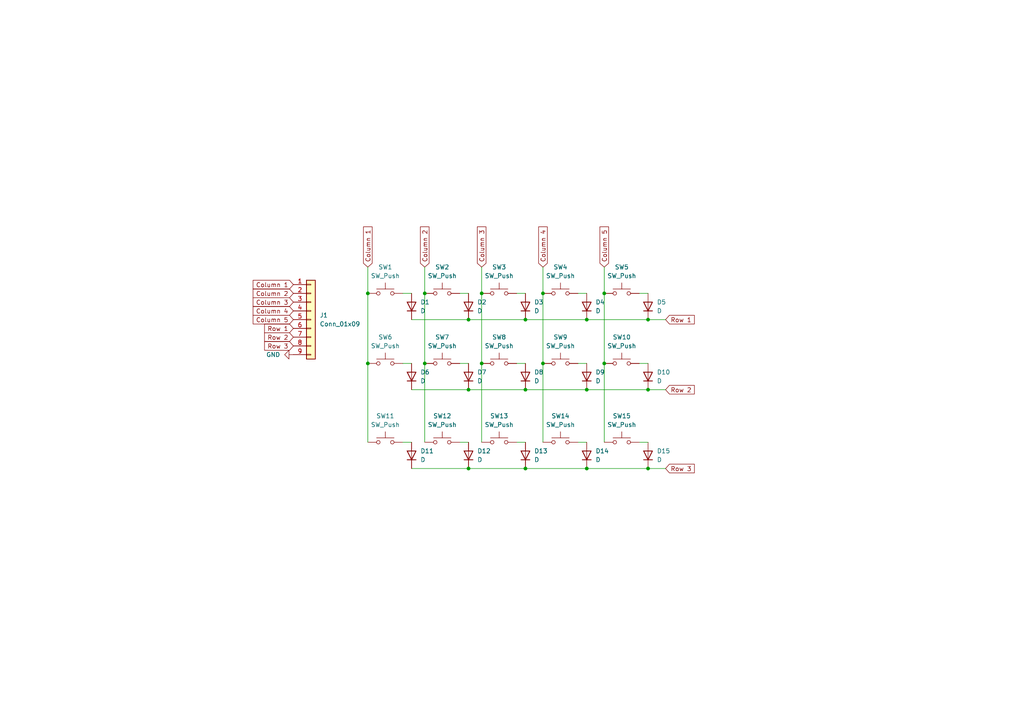
<source format=kicad_sch>
(kicad_sch (version 20231120) (generator "eeschema") (generator_version "8.0")
  (paper "A4")
  (title_block (title "Modulus") (date "2025-03-09") (rev "v1.0"))
  (lib_symbols
    (symbol "Connector_Generic:Conn_01x09" (pin_names (offset 1.016) hide)
      (property "Reference" "J" (at 0 12.7 0))
      (property "Value" "Conn_01x09" (at 0 -12.7 0))
      (symbol "Conn_01x09_1_1"
        (rectangle (start -1.27 -10.033) (end 0 -10.287) (stroke (width 0.1524)))
        (rectangle (start -1.27 -7.493) (end 0 -7.747) (stroke (width 0.1524)))
        (rectangle (start -1.27 -4.953) (end 0 -5.207) (stroke (width 0.1524)))
        (rectangle (start -1.27 -2.413) (end 0 -2.667) (stroke (width 0.1524)))
        (rectangle (start -1.27 0.127) (end 0 -0.127) (stroke (width 0.1524)))
        (rectangle (start -1.27 2.667) (end 0 2.413) (stroke (width 0.1524)))
        (rectangle (start -1.27 5.207) (end 0 4.953) (stroke (width 0.1524)))
        (rectangle (start -1.27 7.747) (end 0 7.493) (stroke (width 0.1524)))
        (rectangle (start -1.27 10.287) (end 0 10.033) (stroke (width 0.1524)))
        (rectangle (start -1.27 11.43) (end 1.27 -11.43) (stroke (width 0.254)) (fill (type background)))
        (pin passive line (at -5.08 10.16 0) (length 3.81) (name "Pin_1") (number "1"))
        (pin passive line (at -5.08 7.62 0) (length 3.81) (name "Pin_2") (number "2"))
        (pin passive line (at -5.08 5.08 0) (length 3.81) (name "Pin_3") (number "3"))
        (pin passive line (at -5.08 2.54 0) (length 3.81) (name "Pin_4") (number "4"))
        (pin passive line (at -5.08 0 0) (length 3.81) (name "Pin_5") (number "5"))
        (pin passive line (at -5.08 -2.54 0) (length 3.81) (name "Pin_6") (number "6"))
        (pin passive line (at -5.08 -5.08 0) (length 3.81) (name "Pin_7") (number "7"))
        (pin passive line (at -5.08 -7.62 0) (length 3.81) (name "Pin_8") (number "8"))
        (pin passive line (at -5.08 -10.16 0) (length 3.81) (name "Pin_9") (number "9"))
      )
    )
    (symbol "Device:D" (pin_numbers hide) (pin_names (offset 1.016) hide)
      (property "Reference" "D" (at 0 2.54 0))
      (property "Value" "D" (at 0 -2.54 0))
      (symbol "D_0_1"
        (polyline (pts (xy -1.27 1.27) (xy -1.27 -1.27)) (stroke (width 0.254)))
        (polyline (pts (xy 1.27 0) (xy -1.27 0)))
        (polyline (pts (xy 1.27 1.27) (xy 1.27 -1.27) (xy -1.27 0) (xy 1.27 1.27)) (stroke (width 0.254)))
      )
      (symbol "D_1_1"
        (pin passive line (at -3.81 0 0) (length 2.54) (name "K") (number "1"))
        (pin passive line (at 3.81 0 180) (length 2.54) (name "A") (number "2"))
      )
    )
    (symbol "Switch:SW_Push" (pin_numbers hide) (pin_names (offset 1.016) hide)
      (property "Reference" "SW" (at 1.27 2.54 0))
      (property "Value" "SW_Push" (at 0 -1.524 0))
      (symbol "SW_Push_0_1"
        (circle (center -2.032 0) (radius 0.508))
        (polyline (pts (xy 0 1.27) (xy 0 3.048)))
        (polyline (pts (xy 2.54 1.27) (xy -2.54 1.27)))
        (circle (center 2.032 0) (radius 0.508))
        (pin passive line (at -5.08 0 0) (length 2.54) (name "1") (number "1"))
        (pin passive line (at 5.08 0 180) (length 2.54) (name "2") (number "2"))
      )
    )
    (symbol "power:GND" (power) (pin_numbers hide) (pin_names (offset 0) hide)
      (property "Value" "GND" (at 0 -3.81 0))
      (symbol "GND_0_1"
        (polyline (pts (xy 0 0) (xy 0 -1.27) (xy 1.27 -1.27) (xy 0 -2.54) (xy -1.27 -1.27) (xy 0 -1.27)))
      )
      (symbol "GND_1_1"
        (pin power_in line (at 0 0 270) (length 0) (name "~") (number "1"))
      )
    )
  )
  (junction (at 123.19 85.09))
  (junction (at 135.89 113.03))
  (junction (at 175.26 85.09))
  (junction (at 187.96 92.71))
  (junction (at 106.68 105.41))
  (junction (at 135.89 92.71))
  (junction (at 157.48 105.41))
  (junction (at 139.7 105.41))
  (junction (at 157.48 85.09))
  (junction (at 170.18 135.89))
  (junction (at 152.4 92.71))
  (junction (at 139.7 85.09))
  (junction (at 152.4 113.03))
  (junction (at 187.96 113.03))
  (junction (at 135.89 135.89))
  (junction (at 106.68 85.09))
  (junction (at 187.96 135.89))
  (junction (at 170.18 113.03))
  (junction (at 170.18 92.71))
  (junction (at 152.4 135.89))
  (junction (at 175.26 105.41))
  (junction (at 123.19 105.41))
  (wire (pts (xy 170.18 135.89) (xy 187.96 135.89)))
  (wire (pts (xy 185.42 128.27) (xy 187.96 128.27)))
  (wire (pts (xy 175.26 85.09) (xy 175.26 105.41)))
  (wire (pts (xy 123.19 105.41) (xy 123.19 128.27)))
  (wire (pts (xy 119.38 113.03) (xy 135.89 113.03)))
  (wire (pts (xy 149.86 85.09) (xy 152.4 85.09)))
  (wire (pts (xy 135.89 113.03) (xy 152.4 113.03)))
  (wire (pts (xy 123.19 77.47) (xy 123.19 85.09)))
  (wire (pts (xy 149.86 105.41) (xy 152.4 105.41)))
  (wire (pts (xy 139.7 105.41) (xy 139.7 128.27)))
  (wire (pts (xy 167.64 105.41) (xy 170.18 105.41)))
  (wire (pts (xy 152.4 135.89) (xy 170.18 135.89)))
  (wire (pts (xy 175.26 105.41) (xy 175.26 128.27)))
  (wire (pts (xy 139.7 77.47) (xy 139.7 85.09)))
  (wire (pts (xy 133.35 105.41) (xy 135.89 105.41)))
  (wire (pts (xy 133.35 128.27) (xy 135.89 128.27)))
  (wire (pts (xy 135.89 135.89) (xy 152.4 135.89)))
  (wire (pts (xy 185.42 105.41) (xy 187.96 105.41)))
  (wire (pts (xy 133.35 85.09) (xy 135.89 85.09)))
  (wire (pts (xy 106.68 105.41) (xy 106.68 128.27)))
  (wire (pts (xy 185.42 85.09) (xy 187.96 85.09)))
  (wire (pts (xy 139.7 85.09) (xy 139.7 105.41)))
  (wire (pts (xy 157.48 105.41) (xy 157.48 128.27)))
  (wire (pts (xy 187.96 135.89) (xy 193.04 135.89)))
  (wire (pts (xy 170.18 113.03) (xy 187.96 113.03)))
  (wire (pts (xy 157.48 77.47) (xy 157.48 85.09)))
  (wire (pts (xy 152.4 92.71) (xy 170.18 92.71)))
  (wire (pts (xy 119.38 135.89) (xy 135.89 135.89)))
  (wire (pts (xy 175.26 77.47) (xy 175.26 85.09)))
  (wire (pts (xy 106.68 77.47) (xy 106.68 85.09)))
  (wire (pts (xy 149.86 128.27) (xy 152.4 128.27)))
  (wire (pts (xy 167.64 85.09) (xy 170.18 85.09)))
  (wire (pts (xy 157.48 85.09) (xy 157.48 105.41)))
  (wire (pts (xy 119.38 92.71) (xy 135.89 92.71)))
  (wire (pts (xy 116.84 85.09) (xy 119.38 85.09)))
  (wire (pts (xy 187.96 113.03) (xy 193.04 113.03)))
  (wire (pts (xy 152.4 113.03) (xy 170.18 113.03)))
  (wire (pts (xy 106.68 85.09) (xy 106.68 105.41)))
  (wire (pts (xy 167.64 128.27) (xy 170.18 128.27)))
  (wire (pts (xy 170.18 92.71) (xy 187.96 92.71)))
  (wire (pts (xy 135.89 92.71) (xy 152.4 92.71)))
  (wire (pts (xy 123.19 85.09) (xy 123.19 105.41)))
  (wire (pts (xy 116.84 105.41) (xy 119.38 105.41)))
  (wire (pts (xy 187.96 92.71) (xy 193.04 92.71)))
  (wire (pts (xy 116.84 128.27) (xy 119.38 128.27)))
  (global_label "Row 2" (shape input) (at 193.04 113.03 0) (property "Intersheetrefs" "${INTERSHEET_REFS}" (effects (hide yes))))
  (global_label "Row 2" (shape input) (at 85.09 97.79 180) (property "Intersheetrefs" "${INTERSHEET_REFS}" (effects (hide yes))))
  (global_label "Column 1" (shape input) (at 85.09 82.55 180) (property "Intersheetrefs" "${INTERSHEET_REFS}" (effects (hide yes))))
  (global_label "Row 1" (shape input) (at 193.04 92.71 0) (property "Intersheetrefs" "${INTERSHEET_REFS}" (effects (hide yes))))
  (global_label "Column 5" (shape input) (at 175.26 77.47 90) (property "Intersheetrefs" "${INTERSHEET_REFS}" (effects (hide yes))))
  (global_label "Column 4" (shape input) (at 157.48 77.47 90) (property "Intersheetrefs" "${INTERSHEET_REFS}" (effects (hide yes))))
  (global_label "Row 3" (shape input) (at 85.09 100.33 180) (property "Intersheetrefs" "${INTERSHEET_REFS}" (effects (hide yes))))
  (global_label "Column 5" (shape input) (at 85.09 92.71 180) (property "Intersheetrefs" "${INTERSHEET_REFS}" (effects (hide yes))))
  (global_label "Column 1" (shape input) (at 106.68 77.47 90) (property "Intersheetrefs" "${INTERSHEET_REFS}" (effects (hide yes))))
  (global_label "Row 3" (shape input) (at 193.04 135.89 0) (property "Intersheetrefs" "${INTERSHEET_REFS}" (effects (hide yes))))
  (global_label "Column 3" (shape input) (at 85.09 87.63 180) (property "Intersheetrefs" "${INTERSHEET_REFS}" (effects (hide yes))))
  (global_label "Column 4" (shape input) (at 85.09 90.17 180) (property "Intersheetrefs" "${INTERSHEET_REFS}" (effects (hide yes))))
  (global_label "Column 2" (shape input) (at 85.09 85.09 180) (property "Intersheetrefs" "${INTERSHEET_REFS}" (effects (hide yes))))
  (global_label "Column 3" (shape input) (at 139.7 77.47 90) (property "Intersheetrefs" "${INTERSHEET_REFS}" (effects (hide yes))))
  (global_label "Column 2" (shape input) (at 123.19 77.47 90) (property "Intersheetrefs" "${INTERSHEET_REFS}" (effects (hide yes))))
  (global_label "Row 1" (shape input) (at 85.09 95.25 180) (property "Intersheetrefs" "${INTERSHEET_REFS}" (effects (hide yes))))
  (symbol (lib_id "Switch:SW_Push") (at 162.56 85.09 0) (unit 1)
    (property "Reference" "SW4" (at 162.56 77.47 0))
    (property "Value" "SW_Push" (at 162.56 80.01 0))
    (property "Footprint" "Reversible:Kailh_socket_MX_reversible" (effects (hide yes)))
    (property "Description" "Push button switch, generic, two pins" (effects (hide yes)))
  )
  (symbol (lib_id "Device:D") (at 135.89 132.08 90) (unit 1)
    (property "Reference" "D12" (at 138.43 130.8099 90) (effects (justify right)))
    (property "Value" "D" (at 138.43 133.3499 90) (effects (justify right)))
    (property "Footprint" "Reversible2:D_SOD-123-reversible" (effects (hide yes)))
    (property "Description" "Diode" (effects (hide yes)))
    (property "Sim.Device" "D" (effects (hide yes)))
    (property "Sim.Pins" "1=K 2=A" (effects (hide yes)))
  )
  (symbol (lib_id "Switch:SW_Push") (at 180.34 128.27 0) (unit 1)
    (property "Reference" "SW15" (at 180.34 120.65 0))
    (property "Value" "SW_Push" (at 180.34 123.19 0))
    (property "Footprint" "Reversible:Kailh_socket_MX_reversible" (effects (hide yes)))
    (property "Description" "Push button switch, generic, two pins" (effects (hide yes)))
  )
  (symbol (lib_id "Switch:SW_Push") (at 111.76 105.41 0) (unit 1)
    (property "Reference" "SW6" (at 111.76 97.79 0))
    (property "Value" "SW_Push" (at 111.76 100.33 0))
    (property "Footprint" "Reversible:Kailh_socket_MX_reversible" (effects (hide yes)))
    (property "Description" "Push button switch, generic, two pins" (effects (hide yes)))
  )
  (symbol (lib_id "Switch:SW_Push") (at 180.34 105.41 0) (unit 1)
    (property "Reference" "SW10" (at 180.34 97.79 0))
    (property "Value" "SW_Push" (at 180.34 100.33 0))
    (property "Footprint" "Reversible:Kailh_socket_MX_reversible" (effects (hide yes)))
    (property "Description" "Push button switch, generic, two pins" (effects (hide yes)))
  )
  (symbol (lib_id "Device:D") (at 119.38 88.9 90) (unit 1)
    (property "Reference" "D1" (at 121.92 87.6299 90) (effects (justify right)))
    (property "Value" "D" (at 121.92 90.1699 90) (effects (justify right)))
    (property "Footprint" "Reversible2:D_SOD-123-reversible" (effects (hide yes)))
    (property "Description" "Diode" (effects (hide yes)))
    (property "Sim.Device" "D" (effects (hide yes)))
    (property "Sim.Pins" "1=K 2=A" (effects (hide yes)))
  )
  (symbol (lib_id "Switch:SW_Push") (at 162.56 128.27 0) (unit 1)
    (property "Reference" "SW14" (at 162.56 120.65 0))
    (property "Value" "SW_Push" (at 162.56 123.19 0))
    (property "Footprint" "Reversible:Kailh_socket_MX_reversible" (effects (hide yes)))
    (property "Description" "Push button switch, generic, two pins" (effects (hide yes)))
  )
  (symbol (lib_id "Device:D") (at 170.18 88.9 90) (unit 1)
    (property "Reference" "D4" (at 172.72 87.6299 90) (effects (justify right)))
    (property "Value" "D" (at 172.72 90.1699 90) (effects (justify right)))
    (property "Footprint" "Reversible2:D_SOD-123-reversible" (effects (hide yes)))
    (property "Description" "Diode" (effects (hide yes)))
    (property "Sim.Device" "D" (effects (hide yes)))
    (property "Sim.Pins" "1=K 2=A" (effects (hide yes)))
  )
  (symbol (lib_id "Device:D") (at 187.96 88.9 90) (unit 1)
    (property "Reference" "D5" (at 190.5 87.6299 90) (effects (justify right)))
    (property "Value" "D" (at 190.5 90.1699 90) (effects (justify right)))
    (property "Footprint" "Reversible2:D_SOD-123-reversible" (effects (hide yes)))
    (property "Description" "Diode" (effects (hide yes)))
    (property "Sim.Device" "D" (effects (hide yes)))
    (property "Sim.Pins" "1=K 2=A" (effects (hide yes)))
  )
  (symbol (lib_id "Switch:SW_Push") (at 111.76 128.27 0) (unit 1)
    (property "Reference" "SW11" (at 111.76 120.65 0))
    (property "Value" "SW_Push" (at 111.76 123.19 0))
    (property "Footprint" "Reversible:Kailh_socket_MX_reversible" (effects (hide yes)))
    (property "Description" "Push button switch, generic, two pins" (effects (hide yes)))
  )
  (symbol (lib_id "Device:D") (at 187.96 132.08 90) (unit 1)
    (property "Reference" "D15" (at 190.5 130.8099 90) (effects (justify right)))
    (property "Value" "D" (at 190.5 133.3499 90) (effects (justify right)))
    (property "Footprint" "Reversible2:D_SOD-123-reversible" (effects (hide yes)))
    (property "Description" "Diode" (effects (hide yes)))
    (property "Sim.Device" "D" (effects (hide yes)))
    (property "Sim.Pins" "1=K 2=A" (effects (hide yes)))
  )
  (symbol (lib_id "Device:D") (at 152.4 109.22 90) (unit 1)
    (property "Reference" "D8" (at 154.94 107.9499 90) (effects (justify right)))
    (property "Value" "D" (at 154.94 110.4899 90) (effects (justify right)))
    (property "Footprint" "Reversible2:D_SOD-123-reversible" (effects (hide yes)))
    (property "Description" "Diode" (effects (hide yes)))
    (property "Sim.Device" "D" (effects (hide yes)))
    (property "Sim.Pins" "1=K 2=A" (effects (hide yes)))
  )
  (symbol (lib_id "Switch:SW_Push") (at 180.34 85.09 0) (unit 1)
    (property "Reference" "SW5" (at 180.34 77.47 0))
    (property "Value" "SW_Push" (at 180.34 80.01 0))
    (property "Footprint" "Reversible:Kailh_socket_MX_reversible" (effects (hide yes)))
    (property "Description" "Push button switch, generic, two pins" (effects (hide yes)))
  )
  (symbol (lib_id "Switch:SW_Push") (at 144.78 128.27 0) (unit 1)
    (property "Reference" "SW13" (at 144.78 120.65 0))
    (property "Value" "SW_Push" (at 144.78 123.19 0))
    (property "Footprint" "Reversible:Kailh_socket_MX_reversible" (effects (hide yes)))
    (property "Description" "Push button switch, generic, two pins" (effects (hide yes)))
  )
  (symbol (lib_id "Switch:SW_Push") (at 128.27 105.41 0) (unit 1)
    (property "Reference" "SW7" (at 128.27 97.79 0))
    (property "Value" "SW_Push" (at 128.27 100.33 0))
    (property "Footprint" "Reversible:Kailh_socket_MX_reversible" (effects (hide yes)))
    (property "Description" "Push button switch, generic, two pins" (effects (hide yes)))
  )
  (symbol (lib_id "Device:D") (at 170.18 132.08 90) (unit 1)
    (property "Reference" "D14" (at 172.72 130.8099 90) (effects (justify right)))
    (property "Value" "D" (at 172.72 133.3499 90) (effects (justify right)))
    (property "Footprint" "Reversible2:D_SOD-123-reversible" (effects (hide yes)))
    (property "Description" "Diode" (effects (hide yes)))
    (property "Sim.Device" "D" (effects (hide yes)))
    (property "Sim.Pins" "1=K 2=A" (effects (hide yes)))
  )
  (symbol (lib_id "Switch:SW_Push") (at 111.76 85.09 0) (unit 1)
    (property "Reference" "SW1" (at 111.76 77.47 0))
    (property "Value" "SW_Push" (at 111.76 80.01 0))
    (property "Footprint" "Reversible:Kailh_socket_MX_reversible" (effects (hide yes)))
    (property "Description" "Push button switch, generic, two pins" (effects (hide yes)))
  )
  (symbol (lib_id "Device:D") (at 119.38 132.08 90) (unit 1)
    (property "Reference" "D11" (at 121.92 130.8099 90) (effects (justify right)))
    (property "Value" "D" (at 121.92 133.3499 90) (effects (justify right)))
    (property "Footprint" "Reversible2:D_SOD-123-reversible" (effects (hide yes)))
    (property "Description" "Diode" (effects (hide yes)))
    (property "Sim.Device" "D" (effects (hide yes)))
    (property "Sim.Pins" "1=K 2=A" (effects (hide yes)))
  )
  (symbol (lib_id "Device:D") (at 170.18 109.22 90) (unit 1)
    (property "Reference" "D9" (at 172.72 107.9499 90) (effects (justify right)))
    (property "Value" "D" (at 172.72 110.4899 90) (effects (justify right)))
    (property "Footprint" "Reversible2:D_SOD-123-reversible" (effects (hide yes)))
    (property "Description" "Diode" (effects (hide yes)))
    (property "Sim.Device" "D" (effects (hide yes)))
    (property "Sim.Pins" "1=K 2=A" (effects (hide yes)))
  )
  (symbol (lib_id "Device:D") (at 152.4 132.08 90) (unit 1)
    (property "Reference" "D13" (at 154.94 130.8099 90) (effects (justify right)))
    (property "Value" "D" (at 154.94 133.3499 90) (effects (justify right)))
    (property "Footprint" "Reversible2:D_SOD-123-reversible" (effects (hide yes)))
    (property "Description" "Diode" (effects (hide yes)))
    (property "Sim.Device" "D" (effects (hide yes)))
    (property "Sim.Pins" "1=K 2=A" (effects (hide yes)))
  )
  (symbol (lib_id "Switch:SW_Push") (at 144.78 105.41 0) (unit 1)
    (property "Reference" "SW8" (at 144.78 97.79 0))
    (property "Value" "SW_Push" (at 144.78 100.33 0))
    (property "Footprint" "Reversible:Kailh_socket_MX_reversible" (effects (hide yes)))
    (property "Description" "Push button switch, generic, two pins" (effects (hide yes)))
  )
  (symbol (lib_id "Connector_Generic:Conn_01x09") (at 90.17 92.71 0) (unit 1)
    (property "Reference" "J1" (at 92.71 91.4399 0) (effects (justify left)))
    (property "Value" "Conn_01x09" (at 92.71 93.9799 0) (effects (justify left)))
    (property "Footprint" "Connector_FFC-FPC:Molex_200528-0090_1x09-1MP_P1.00mm_Horizontal" (effects (hide yes)))
    (property "Description" "Generic connector, single row, 01x09, script generated (kicad-library-utils/schlib/autogen/connector/)" (effects (hide yes)))
  )
  (symbol (lib_id "Device:D") (at 119.38 109.22 90) (unit 1)
    (property "Reference" "D6" (at 121.92 107.9499 90) (effects (justify right)))
    (property "Value" "D" (at 121.92 110.4899 90) (effects (justify right)))
    (property "Footprint" "Reversible2:D_SOD-123-reversible" (effects (hide yes)))
    (property "Description" "Diode" (effects (hide yes)))
    (property "Sim.Device" "D" (effects (hide yes)))
    (property "Sim.Pins" "1=K 2=A" (effects (hide yes)))
  )
  (symbol (lib_id "Switch:SW_Push") (at 144.78 85.09 0) (unit 1)
    (property "Reference" "SW3" (at 144.78 77.47 0))
    (property "Value" "SW_Push" (at 144.78 80.01 0))
    (property "Footprint" "Reversible:Kailh_socket_MX_reversible" (effects (hide yes)))
    (property "Description" "Push button switch, generic, two pins" (effects (hide yes)))
  )
  (symbol (lib_id "Device:D") (at 135.89 109.22 90) (unit 1)
    (property "Reference" "D7" (at 138.43 107.9499 90) (effects (justify right)))
    (property "Value" "D" (at 138.43 110.4899 90) (effects (justify right)))
    (property "Footprint" "Reversible2:D_SOD-123-reversible" (effects (hide yes)))
    (property "Description" "Diode" (effects (hide yes)))
    (property "Sim.Device" "D" (effects (hide yes)))
    (property "Sim.Pins" "1=K 2=A" (effects (hide yes)))
  )
  (symbol (lib_id "power:GND") (at 85.09 102.87 270) (unit 1)
    (property "Reference" "#PWR01" (effects (hide yes)))
    (property "Value" "GND" (at 81.28 102.8699 90) (effects (justify right)))
    (property "Description" "Power symbol creates a global label with name \"GND\" , ground" (effects (hide yes)))
  )
  (symbol (lib_id "Switch:SW_Push") (at 128.27 85.09 0) (unit 1)
    (property "Reference" "SW2" (at 128.27 77.47 0))
    (property "Value" "SW_Push" (at 128.27 80.01 0))
    (property "Footprint" "Reversible:Kailh_socket_MX_reversible" (effects (hide yes)))
    (property "Description" "Push button switch, generic, two pins" (effects (hide yes)))
  )
  (symbol (lib_id "Device:D") (at 187.96 109.22 90) (unit 1)
    (property "Reference" "D10" (at 190.5 107.9499 90) (effects (justify right)))
    (property "Value" "D" (at 190.5 110.4899 90) (effects (justify right)))
    (property "Footprint" "Reversible2:D_SOD-123-reversible" (effects (hide yes)))
    (property "Description" "Diode" (effects (hide yes)))
    (property "Sim.Device" "D" (effects (hide yes)))
    (property "Sim.Pins" "1=K 2=A" (effects (hide yes)))
  )
  (symbol (lib_id "Switch:SW_Push") (at 162.56 105.41 0) (unit 1)
    (property "Reference" "SW9" (at 162.56 97.79 0))
    (property "Value" "SW_Push" (at 162.56 100.33 0))
    (property "Footprint" "Reversible:Kailh_socket_MX_reversible" (effects (hide yes)))
    (property "Description" "Push button switch, generic, two pins" (effects (hide yes)))
  )
  (symbol (lib_id "Device:D") (at 135.89 88.9 90) (unit 1)
    (property "Reference" "D2" (at 138.43 87.6299 90) (effects (justify right)))
    (property "Value" "D" (at 138.43 90.1699 90) (effects (justify right)))
    (property "Footprint" "Reversible2:D_SOD-123-reversible" (effects (hide yes)))
    (property "Description" "Diode" (effects (hide yes)))
    (property "Sim.Device" "D" (effects (hide yes)))
    (property "Sim.Pins" "1=K 2=A" (effects (hide yes)))
  )
  (symbol (lib_id "Device:D") (at 152.4 88.9 90) (unit 1)
    (property "Reference" "D3" (at 154.94 87.6299 90) (effects (justify right)))
    (property "Value" "D" (at 154.94 90.1699 90) (effects (justify right)))
    (property "Footprint" "Reversible2:D_SOD-123-reversible" (effects (hide yes)))
    (property "Description" "Diode" (effects (hide yes)))
    (property "Sim.Device" "D" (effects (hide yes)))
    (property "Sim.Pins" "1=K 2=A" (effects (hide yes)))
  )
  (symbol (lib_id "Switch:SW_Push") (at 128.27 128.27 0) (unit 1)
    (property "Reference" "SW12" (at 128.27 120.65 0))
    (property "Value" "SW_Push" (at 128.27 123.19 0))
    (property "Footprint" "Reversible:Kailh_socket_MX_reversible" (effects (hide yes)))
    (property "Description" "Push button switch, generic, two pins" (effects (hide yes)))
  )
)
</source>
